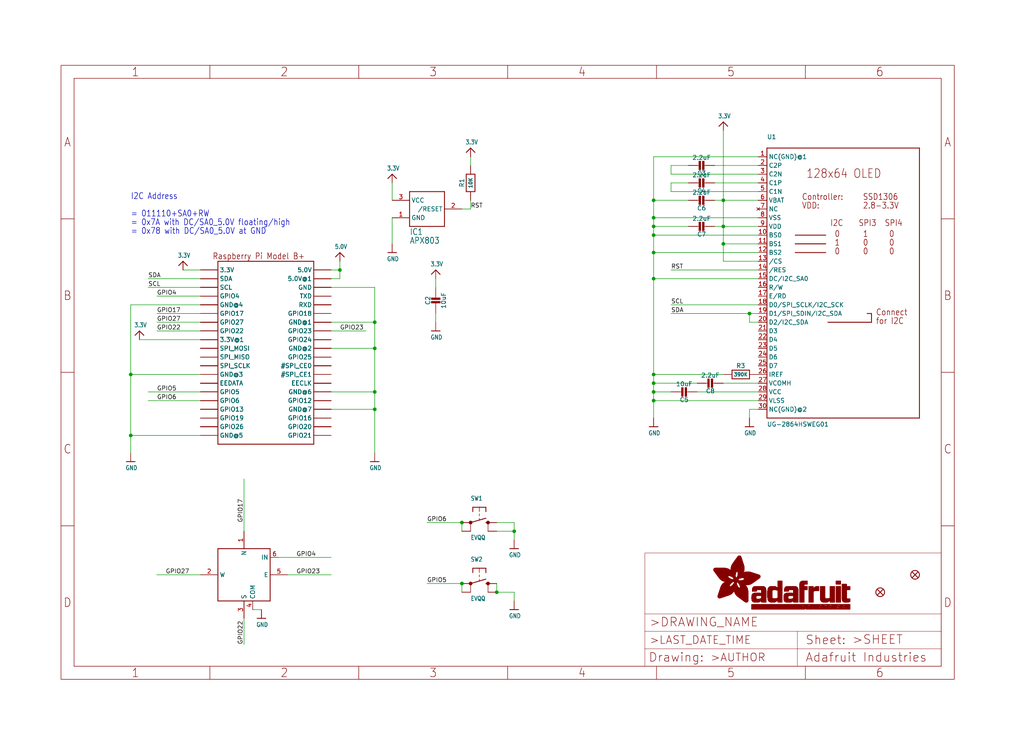
<source format=kicad_sch>
(kicad_sch (version 20211123) (generator eeschema)
  (paper "User" 298.45 217.881)
  (lib_symbols
    (symbol "schematicEagle-eagle-import:3.3V" (power)
      (property "Value" "3.3V" (at -1.524 1.016 0))
      (symbol "3.3V_1_0"
        (pin power_in line (at 0 -2.54 90) (length 2.54) (name "3.3V") (number "1"))
      )
    )
    (symbol "schematicEagle-eagle-import:5.0V" (power)
      (property "Value" "5.0V" (at -1.524 1.016 0))
      (symbol "5.0V_1_0"
        (pin power_in line (at 0 -2.54 90) (length 2.54) (name "5.0V") (number "1"))
      )
    )
    (symbol "schematicEagle-eagle-import:AXP083-SAG"
      (property "Reference" "IC" (at -5.08 -7.62 0))
      (property "Value" "AXP083-SAG" (at -5.08 -10.16 0))
      (symbol "AXP083-SAG_1_0"
        (pin power_in line (at -10.16 -2.54 0) (length 5.08) (name "GND") (number "1"))
        (pin output line (at 10.16 0 180) (length 5.08) (name "/RESET") (number "2"))
        (pin power_in line (at -10.16 2.54 0) (length 5.08) (name "VCC") (number "3"))
      )
    )
    (symbol "schematicEagle-eagle-import:CAP_CERAMIC0805-NOOUTLINE"
      (property "Reference" "C" (at -2.29 1.25 90))
      (property "Value" "CAP_CERAMIC0805-NOOUTLINE" (at 2.3 1.25 90))
      (symbol "CAP_CERAMIC0805-NOOUTLINE_1_0"
        (pin passive line (at 0 5.08 270) (length 2.54) (name "1") (number "1"))
        (pin passive line (at 0 -2.54 90) (length 2.54) (name "2") (number "2"))
      )
    )
    (symbol "schematicEagle-eagle-import:DISP_OLED_UG-2864HSWEG01"
      (property "Reference" "U" (at -22.86 40.64 0))
      (property "Value" "DISP_OLED_UG-2864HSWEG01" (at -22.86 -43.18 0))
      (symbol "DISP_OLED_UG-2864HSWEG01_1_0"
        (text "0" (at -3.175 6.985 0) (effects (font (size 1.778 1.5113)) (justify left bottom)))
        (text "0" (at -3.175 12.065 0) (effects (font (size 1.778 1.5113)) (justify left bottom)))
        (text "0" (at 5.08 6.985 0) (effects (font (size 1.778 1.5113)) (justify left bottom)))
        (text "0" (at 5.08 9.525 0) (effects (font (size 1.778 1.5113)) (justify left bottom)))
        (text "0" (at 12.7 6.985 0) (effects (font (size 1.778 1.5113)) (justify left bottom)))
        (text "0" (at 12.7 9.525 0) (effects (font (size 1.778 1.5113)) (justify left bottom)))
        (text "0" (at 12.7 12.065 0) (effects (font (size 1.778 1.5113)) (justify left bottom)))
        (text "1" (at -3.175 9.525 0) (effects (font (size 1.778 1.5113)) (justify left bottom)))
        (text "1" (at 5.08 12.065 0) (effects (font (size 1.778 1.5113)) (justify left bottom)))
        (text "128x64 OLED" (at -11.43 29.21 0) (effects (font (size 2.54 2.159)) (justify left bottom)))
        (text "2.8-3.3V" (at 5.08 20.32 0) (effects (font (size 1.778 1.5113)) (justify left bottom)))
        (text "Connect" (at 8.89 -10.795 0) (effects (font (size 1.778 1.5113)) (justify left bottom)))
        (text "Controller:" (at -12.7 22.86 0) (effects (font (size 1.778 1.5113)) (justify left bottom)))
        (text "for I2C" (at 8.89 -13.335 0) (effects (font (size 1.778 1.5113)) (justify left bottom)))
        (text "I2C" (at -4.445 15.24 0) (effects (font (size 1.778 1.5113)) (justify left bottom)))
        (text "SPI3" (at 3.81 15.24 0) (effects (font (size 1.778 1.5113)) (justify left bottom)))
        (text "SPI4" (at 11.43 15.24 0) (effects (font (size 1.778 1.5113)) (justify left bottom)))
        (text "SSD1306" (at 5.08 22.86 0) (effects (font (size 1.778 1.5113)) (justify left bottom)))
        (text "VDD:" (at -12.7 20.32 0) (effects (font (size 1.778 1.5113)) (justify left bottom)))
        (pin input line (at -25.4 35.56 0) (length 2.54) (name "NC(GND)@1") (number "1"))
        (pin input line (at -25.4 12.7 0) (length 2.54) (name "BS0") (number "10"))
        (pin input line (at -25.4 10.16 0) (length 2.54) (name "BS1") (number "11"))
        (pin input line (at -25.4 7.62 0) (length 2.54) (name "BS2") (number "12"))
        (pin input line (at -25.4 5.08 0) (length 2.54) (name "/CS") (number "13"))
        (pin input line (at -25.4 2.54 0) (length 2.54) (name "/RES") (number "14"))
        (pin input line (at -25.4 0 0) (length 2.54) (name "DC/I2C_SA0") (number "15"))
        (pin input line (at -25.4 -2.54 0) (length 2.54) (name "R/W") (number "16"))
        (pin input line (at -25.4 -5.08 0) (length 2.54) (name "E/RD") (number "17"))
        (pin bidirectional line (at -25.4 -7.62 0) (length 2.54) (name "D0/SPI_SCLK/I2C_SCK") (number "18"))
        (pin bidirectional line (at -25.4 -10.16 0) (length 2.54) (name "D1/SPI_SDIN/I2C_SDA") (number "19"))
        (pin input line (at -25.4 33.02 0) (length 2.54) (name "C2P") (number "2"))
        (pin bidirectional line (at -25.4 -12.7 0) (length 2.54) (name "D2/I2C_SDA") (number "20"))
        (pin bidirectional line (at -25.4 -15.24 0) (length 2.54) (name "D3") (number "21"))
        (pin bidirectional line (at -25.4 -17.78 0) (length 2.54) (name "D4") (number "22"))
        (pin bidirectional line (at -25.4 -20.32 0) (length 2.54) (name "D5") (number "23"))
        (pin bidirectional line (at -25.4 -22.86 0) (length 2.54) (name "D6") (number "24"))
        (pin bidirectional line (at -25.4 -25.4 0) (length 2.54) (name "D7") (number "25"))
        (pin input line (at -25.4 -27.94 0) (length 2.54) (name "IREF") (number "26"))
        (pin output line (at -25.4 -30.48 0) (length 2.54) (name "VCOMH") (number "27"))
        (pin power_in line (at -25.4 -33.02 0) (length 2.54) (name "VCC") (number "28"))
        (pin power_in line (at -25.4 -35.56 0) (length 2.54) (name "VLSS") (number "29"))
        (pin input line (at -25.4 30.48 0) (length 2.54) (name "C2N") (number "3"))
        (pin input line (at -25.4 -38.1 0) (length 2.54) (name "NC(GND)@2") (number "30"))
        (pin input line (at -25.4 27.94 0) (length 2.54) (name "C1P") (number "4"))
        (pin input line (at -25.4 25.4 0) (length 2.54) (name "C1N") (number "5"))
        (pin input line (at -25.4 22.86 0) (length 2.54) (name "VBAT") (number "6"))
        (pin no_connect line (at -25.4 20.32 0) (length 2.54) (name "NC") (number "7"))
        (pin power_in line (at -25.4 17.78 0) (length 2.54) (name "VSS") (number "8"))
        (pin power_in line (at -25.4 15.24 0) (length 2.54) (name "VDD") (number "9"))
      )
    )
    (symbol "schematicEagle-eagle-import:FIDUCIAL_1MM")
    (symbol "schematicEagle-eagle-import:FRAME_A4_ADAFRUIT"
      (symbol "FRAME_A4_ADAFRUIT_0_0"
        (text "1" (at 21.6958 1.905 0) (effects (font (size 2.54 2.286))))
        (text "1" (at 21.6958 177.165 0) (effects (font (size 2.54 2.286))))
        (text "2" (at 65.0875 1.905 0) (effects (font (size 2.54 2.286))))
        (text "2" (at 65.0875 177.165 0) (effects (font (size 2.54 2.286))))
        (text "3" (at 108.4792 1.905 0) (effects (font (size 2.54 2.286))))
        (text "3" (at 108.4792 177.165 0) (effects (font (size 2.54 2.286))))
        (text "4" (at 151.8708 1.905 0) (effects (font (size 2.54 2.286))))
        (text "4" (at 151.8708 177.165 0) (effects (font (size 2.54 2.286))))
        (text "5" (at 195.2625 1.905 0) (effects (font (size 2.54 2.286))))
        (text "5" (at 195.2625 177.165 0) (effects (font (size 2.54 2.286))))
        (text "6" (at 238.6542 1.905 0) (effects (font (size 2.54 2.286))))
        (text "6" (at 238.6542 177.165 0) (effects (font (size 2.54 2.286))))
        (text "A" (at 1.905 156.6863 0) (effects (font (size 2.54 2.286))))
        (text "A" (at 258.445 156.6863 0) (effects (font (size 2.54 2.286))))
        (text "B" (at 1.905 111.9188 0) (effects (font (size 2.54 2.286))))
        (text "B" (at 258.445 111.9188 0) (effects (font (size 2.54 2.286))))
        (text "C" (at 1.905 67.1513 0) (effects (font (size 2.54 2.286))))
        (text "C" (at 258.445 67.1513 0) (effects (font (size 2.54 2.286))))
        (text "D" (at 1.905 22.3838 0) (effects (font (size 2.54 2.286))))
        (text "D" (at 258.445 22.3838 0) (effects (font (size 2.54 2.286))))
      )
      (symbol "FRAME_A4_ADAFRUIT_1_0"
        (text ">AUTHOR" (at 189.23 5.08 0) (effects (font (size 2.286 2.286)) (justify left bottom)))
        (text ">DRAWING_NAME" (at 171.45 15.24 0) (effects (font (size 2.54 2.54)) (justify left bottom)))
        (text ">LAST_DATE_TIME" (at 171.45 10.16 0) (effects (font (size 2.286 2.286)) (justify left bottom)))
        (text ">SHEET" (at 230.505 10.16 0) (effects (font (size 2.54 2.54)) (justify left bottom)))
        (text "Adafruit Industries" (at 216.916 4.953 0) (effects (font (size 2.54 2.54)) (justify left bottom)))
        (text "Drawing:" (at 171.196 4.953 0) (effects (font (size 2.54 2.54)) (justify left bottom)))
        (text "Sheet:" (at 216.916 10.033 0) (effects (font (size 2.54 2.54)) (justify left bottom)))
      )
    )
    (symbol "schematicEagle-eagle-import:GND" (power)
      (property "Value" "GND" (at -1.524 -2.54 0))
      (symbol "GND_1_0"
        (pin power_in line (at 0 2.54 270) (length 2.54) (name "GND") (number "1"))
      )
    )
    (symbol "schematicEagle-eagle-import:NAVSWITCHSKQUABAUE010"
      (symbol "NAVSWITCHSKQUABAUE010_1_0"
        (pin bidirectional line (at 0 12.7 270) (length 5.08) (name "N") (number "1"))
        (pin bidirectional line (at -12.7 0 0) (length 5.08) (name "W") (number "2"))
        (pin bidirectional line (at 0 -12.7 90) (length 5.08) (name "S") (number "3"))
        (pin bidirectional line (at 2.54 -10.16 90) (length 2.54) (name "COM") (number "4"))
        (pin bidirectional line (at 12.7 0 180) (length 5.08) (name "E") (number "5"))
        (pin bidirectional line (at 10.16 5.08 180) (length 2.54) (name "IN") (number "6"))
      )
    )
    (symbol "schematicEagle-eagle-import:RASPBERRYPI_BPLUS_BONNET_THMSMT"
      (symbol "RASPBERRYPI_BPLUS_BONNET_THMSMT_1_0"
        (text "Raspberry Pi Model B+" (at 12.7 25.4 0) (effects (font (size 1.778 1.5113)) (justify right top)))
        (pin power_in line (at -17.78 20.32 0) (length 5.08) (name "3.3V") (number "1"))
        (pin bidirectional line (at 20.32 10.16 180) (length 5.08) (name "RXD") (number "10"))
        (pin bidirectional line (at -17.78 7.62 0) (length 5.08) (name "GPIO17") (number "11"))
        (pin bidirectional line (at 20.32 7.62 180) (length 5.08) (name "GPIO18") (number "12"))
        (pin bidirectional line (at -17.78 5.08 0) (length 5.08) (name "GPIO27") (number "13"))
        (pin power_in line (at 20.32 5.08 180) (length 5.08) (name "GND@1") (number "14"))
        (pin bidirectional line (at -17.78 2.54 0) (length 5.08) (name "GPIO22") (number "15"))
        (pin bidirectional line (at 20.32 2.54 180) (length 5.08) (name "GPIO23") (number "16"))
        (pin power_in line (at -17.78 0 0) (length 5.08) (name "3.3V@1") (number "17"))
        (pin bidirectional line (at 20.32 0 180) (length 5.08) (name "GPIO24") (number "18"))
        (pin bidirectional line (at -17.78 -2.54 0) (length 5.08) (name "SPI_MOSI") (number "19"))
        (pin power_in line (at 20.32 20.32 180) (length 5.08) (name "5.0V") (number "2"))
        (pin power_in line (at 20.32 -2.54 180) (length 5.08) (name "GND@2") (number "20"))
        (pin bidirectional line (at -17.78 -5.08 0) (length 5.08) (name "SPI_MISO") (number "21"))
        (pin bidirectional line (at 20.32 -5.08 180) (length 5.08) (name "GPIO25") (number "22"))
        (pin bidirectional line (at -17.78 -7.62 0) (length 5.08) (name "SPI_SCLK") (number "23"))
        (pin bidirectional line (at 20.32 -7.62 180) (length 5.08) (name "#SPI_CE0") (number "24"))
        (pin power_in line (at -17.78 -10.16 0) (length 5.08) (name "GND@3") (number "25"))
        (pin bidirectional line (at 20.32 -10.16 180) (length 5.08) (name "#SPI_CE1") (number "26"))
        (pin bidirectional line (at -17.78 -12.7 0) (length 5.08) (name "EEDATA") (number "27"))
        (pin bidirectional line (at 20.32 -12.7 180) (length 5.08) (name "EECLK") (number "28"))
        (pin bidirectional line (at -17.78 -15.24 0) (length 5.08) (name "GPIO5") (number "29"))
        (pin bidirectional line (at -17.78 17.78 0) (length 5.08) (name "SDA") (number "3"))
        (pin power_in line (at 20.32 -15.24 180) (length 5.08) (name "GND@6") (number "30"))
        (pin bidirectional line (at -17.78 -17.78 0) (length 5.08) (name "GPIO6") (number "31"))
        (pin bidirectional line (at 20.32 -17.78 180) (length 5.08) (name "GPIO12") (number "32"))
        (pin bidirectional line (at -17.78 -20.32 0) (length 5.08) (name "GPIO13") (number "33"))
        (pin power_in line (at 20.32 -20.32 180) (length 5.08) (name "GND@7") (number "34"))
        (pin bidirectional line (at -17.78 -22.86 0) (length 5.08) (name "GPIO19") (number "35"))
        (pin bidirectional line (at 20.32 -22.86 180) (length 5.08) (name "GPIO16") (number "36"))
        (pin bidirectional line (at -17.78 -25.4 0) (length 5.08) (name "GPIO26") (number "37"))
        (pin bidirectional line (at 20.32 -25.4 180) (length 5.08) (name "GPIO20") (number "38"))
        (pin power_in line (at -17.78 -27.94 0) (length 5.08) (name "GND@5") (number "39"))
        (pin power_in line (at 20.32 17.78 180) (length 5.08) (name "5.0V@1") (number "4"))
        (pin bidirectional line (at 20.32 -27.94 180) (length 5.08) (name "GPIO21") (number "40"))
        (pin bidirectional line (at -17.78 15.24 0) (length 5.08) (name "SCL") (number "5"))
        (pin power_in line (at 20.32 15.24 180) (length 5.08) (name "GND") (number "6"))
        (pin bidirectional line (at -17.78 12.7 0) (length 5.08) (name "GPIO4") (number "7"))
        (pin bidirectional line (at 20.32 12.7 180) (length 5.08) (name "TXD") (number "8"))
        (pin power_in line (at -17.78 10.16 0) (length 5.08) (name "GND@4") (number "9"))
        (pin power_in line (at -17.78 20.32 0) (length 5.08) (name "3.3V") (number "S1"))
        (pin bidirectional line (at 20.32 10.16 180) (length 5.08) (name "RXD") (number "S10"))
        (pin bidirectional line (at -17.78 7.62 0) (length 5.08) (name "GPIO17") (number "S11"))
        (pin bidirectional line (at 20.32 7.62 180) (length 5.08) (name "GPIO18") (number "S12"))
        (pin bidirectional line (at -17.78 5.08 0) (length 5.08) (name "GPIO27") (number "S13"))
        (pin power_in line (at 20.32 5.08 180) (length 5.08) (name "GND@1") (number "S14"))
        (pin bidirectional line (at -17.78 2.54 0) (length 5.08) (name "GPIO22") (number "S15"))
        (pin bidirectional line (at 20.32 2.54 180) (length 5.08) (name "GPIO23") (number "S16"))
        (pin power_in line (at -17.78 0 0) (length 5.08) (name "3.3V@1") (number "S17"))
        (pin bidirectional line (at 20.32 0 180) (length 5.08) (name "GPIO24") (number "S18"))
        (pin bidirectional line (at -17.78 -2.54 0) (length 5.08) (name "SPI_MOSI") (number "S19"))
        (pin power_in line (at 20.32 20.32 180) (length 5.08) (name "5.0V") (number "S2"))
        (pin power_in line (at 20.32 -2.54 180) (length 5.08) (name "GND@2") (number "S20"))
        (pin bidirectional line (at -17.78 -5.08 0) (length 5.08) (name "SPI_MISO") (number "S21"))
        (pin bidirectional line (at 20.32 -5.08 180) (length 5.08) (name "GPIO25") (number "S22"))
        (pin bidirectional line (at -17.78 -7.62 0) (length 5.08) (name "SPI_SCLK") (number "S23"))
        (pin bidirectional line (at 20.32 -7.62 180) (length 5.08) (name "#SPI_CE0") (number "S24"))
        (pin power_in line (at -17.78 -10.16 0) (length 5.08) (name "GND@3") (number "S25"))
        (pin bidirectional line (at 20.32 -10.16 180) (length 5.08) (name "#SPI_CE1") (number "S26"))
        (pin bidirectional line (at -17.78 -12.7 0) (length 5.08) (name "EEDATA") (number "S27"))
        (pin bidirectional line (at 20.32 -12.7 180) (length 5.08) (name "EECLK") (number "S28"))
        (pin bidirectional line (at -17.78 -15.24 0) (length 5.08) (name "GPIO5") (number "S29"))
        (pin bidirectional line (at -17.78 17.78 0) (length 5.08) (name "SDA") (number "S3"))
        (pin power_in line (at 20.32 -15.24 180) (length 5.08) (name "GND@6") (number "S30"))
        (pin bidirectional line (at -17.78 -17.78 0) (length 5.08) (name "GPIO6") (number "S31"))
        (pin bidirectional line (at 20.32 -17.78 180) (length 5.08) (name "GPIO12") (number "S32"))
        (pin bidirectional line (at -17.78 -20.32 0) (length 5.08) (name "GPIO13") (number "S33"))
        (pin power_in line (at 20.32 -20.32 180) (length 5.08) (name "GND@7") (number "S34"))
        (pin bidirectional line (at -17.78 -22.86 0) (length 5.08) (name "GPIO19") (number "S35"))
        (pin bidirectional line (at 20.32 -22.86 180) (length 5.08) (name "GPIO16") (number "S36"))
        (pin bidirectional line (at -17.78 -25.4 0) (length 5.08) (name "GPIO26") (number "S37"))
        (pin bidirectional line (at 20.32 -25.4 180) (length 5.08) (name "GPIO20") (number "S38"))
        (pin power_in line (at -17.78 -27.94 0) (length 5.08) (name "GND@5") (number "S39"))
        (pin power_in line (at 20.32 17.78 180) (length 5.08) (name "5.0V@1") (number "S4"))
        (pin bidirectional line (at 20.32 -27.94 180) (length 5.08) (name "GPIO21") (number "S40"))
        (pin bidirectional line (at -17.78 15.24 0) (length 5.08) (name "SCL") (number "S5"))
        (pin power_in line (at 20.32 15.24 180) (length 5.08) (name "GND") (number "S6"))
        (pin bidirectional line (at -17.78 12.7 0) (length 5.08) (name "GPIO4") (number "S7"))
        (pin bidirectional line (at 20.32 12.7 180) (length 5.08) (name "TXD") (number "S8"))
        (pin power_in line (at -17.78 10.16 0) (length 5.08) (name "GND@4") (number "S9"))
      )
    )
    (symbol "schematicEagle-eagle-import:RESISTOR0805_NOOUTLINE"
      (property "Reference" "R" (at 0 2.54 0))
      (property "Value" "RESISTOR0805_NOOUTLINE" (at 0 0 0))
      (symbol "RESISTOR0805_NOOUTLINE_1_0"
        (pin passive line (at -5.08 0 0) (length 2.54) (name "1") (number "1"))
        (pin passive line (at 5.08 0 180) (length 2.54) (name "2") (number "2"))
      )
    )
    (symbol "schematicEagle-eagle-import:SWITCH_TACT_SMT_EVQQ2_SMALL"
      (property "Reference" "SW" (at -2.54 6.35 0))
      (property "Value" "SWITCH_TACT_SMT_EVQQ2_SMALL" (at -2.54 -5.08 0))
      (symbol "SWITCH_TACT_SMT_EVQQ2_SMALL_1_0"
        (pin passive line (at -5.08 0 0) (length 2.54) (name "P") (number "A"))
        (pin passive line (at -5.08 -2.54 0) (length 2.54) (name "P1") (number "A'"))
        (pin passive line (at 5.08 0 180) (length 2.54) (name "S") (number "B"))
        (pin passive line (at 5.08 -2.54 180) (length 2.54) (name "S1") (number "B'"))
      )
    )
  )
  (junction (at 190.5 116.84))
  (junction (at 190.5 63.5))
  (junction (at 109.22 101.6))
  (junction (at 134.62 152.4))
  (junction (at 210.82 58.42))
  (junction (at 218.44 91.44))
  (junction (at 210.82 71.12))
  (junction (at 134.62 170.18))
  (junction (at 190.5 111.76))
  (junction (at 99.06 78.74))
  (junction (at 190.5 109.22))
  (junction (at 190.5 81.28))
  (junction (at 38.1 109.22))
  (junction (at 144.78 172.72))
  (junction (at 109.22 93.98))
  (junction (at 109.22 114.3))
  (junction (at 190.5 58.42))
  (junction (at 109.22 119.38))
  (junction (at 149.86 154.94))
  (junction (at 38.1 127))
  (junction (at 210.82 66.04))
  (junction (at 190.5 68.58))
  (junction (at 190.5 114.3))
  (junction (at 190.5 73.66))
  (junction (at 190.5 66.04))
  (wire (pts (xy 210.82 66.04) (xy 208.28 66.04)))
  (wire (pts (xy 137.16 48.26) (xy 137.16 45.72)))
  (wire (pts (xy 210.82 58.42) (xy 210.82 66.04)))
  (wire (pts (xy 190.5 66.04) (xy 190.5 68.58)))
  (wire (pts (xy 38.1 88.9) (xy 38.1 109.22)))
  (wire (pts (xy 58.42 78.74) (xy 53.34 78.74)))
  (wire (pts (xy 190.5 116.84) (xy 190.5 121.92)))
  (wire (pts (xy 220.98 88.9) (xy 195.58 88.9)))
  (wire (pts (xy 71.12 139.7) (xy 71.12 154.94)))
  (wire (pts (xy 210.82 71.12) (xy 210.82 66.04)))
  (wire (pts (xy 58.42 83.82) (xy 43.18 83.82)))
  (wire (pts (xy 190.5 109.22) (xy 210.82 109.22)))
  (wire (pts (xy 220.98 119.38) (xy 218.44 119.38)))
  (wire (pts (xy 210.82 58.42) (xy 208.28 58.42)))
  (wire (pts (xy 218.44 93.98) (xy 220.98 93.98)))
  (wire (pts (xy 134.62 60.96) (xy 137.16 60.96)))
  (wire (pts (xy 58.42 109.22) (xy 38.1 109.22)))
  (wire (pts (xy 96.52 114.3) (xy 109.22 114.3)))
  (wire (pts (xy 195.58 53.34) (xy 195.58 55.88)))
  (wire (pts (xy 109.22 101.6) (xy 109.22 114.3)))
  (wire (pts (xy 71.12 180.34) (xy 71.12 187.96)))
  (wire (pts (xy 58.42 91.44) (xy 45.72 91.44)))
  (wire (pts (xy 218.44 91.44) (xy 195.58 91.44)))
  (wire (pts (xy 109.22 83.82) (xy 109.22 93.98)))
  (wire (pts (xy 220.98 116.84) (xy 190.5 116.84)))
  (wire (pts (xy 127 91.44) (xy 127 93.98)))
  (wire (pts (xy 210.82 76.2) (xy 210.82 71.12)))
  (wire (pts (xy 124.46 170.18) (xy 134.62 170.18)))
  (wire (pts (xy 137.16 60.96) (xy 137.16 58.42)))
  (wire (pts (xy 220.98 81.28) (xy 190.5 81.28)))
  (wire (pts (xy 83.82 167.64) (xy 96.52 167.64)))
  (wire (pts (xy 190.5 58.42) (xy 190.5 45.72)))
  (wire (pts (xy 220.98 73.66) (xy 190.5 73.66)))
  (wire (pts (xy 195.58 50.8) (xy 220.98 50.8)))
  (wire (pts (xy 99.06 81.28) (xy 99.06 78.74)))
  (wire (pts (xy 210.82 71.12) (xy 220.98 71.12)))
  (wire (pts (xy 134.62 170.18) (xy 134.62 172.72)))
  (wire (pts (xy 220.98 48.26) (xy 208.28 48.26)))
  (wire (pts (xy 220.98 53.34) (xy 208.28 53.34)))
  (wire (pts (xy 190.5 111.76) (xy 190.5 109.22)))
  (wire (pts (xy 195.58 55.88) (xy 220.98 55.88)))
  (wire (pts (xy 96.52 101.6) (xy 109.22 101.6)))
  (wire (pts (xy 114.3 63.5) (xy 114.3 71.12)))
  (wire (pts (xy 144.78 152.4) (xy 149.86 152.4)))
  (wire (pts (xy 218.44 93.98) (xy 218.44 91.44)))
  (wire (pts (xy 45.72 86.36) (xy 58.42 86.36)))
  (wire (pts (xy 58.42 81.28) (xy 43.18 81.28)))
  (wire (pts (xy 81.28 162.56) (xy 96.52 162.56)))
  (wire (pts (xy 134.62 152.4) (xy 134.62 154.94)))
  (wire (pts (xy 220.98 91.44) (xy 218.44 91.44)))
  (wire (pts (xy 109.22 114.3) (xy 109.22 119.38)))
  (wire (pts (xy 220.98 58.42) (xy 210.82 58.42)))
  (wire (pts (xy 220.98 78.74) (xy 195.58 78.74)))
  (wire (pts (xy 220.98 114.3) (xy 203.2 114.3)))
  (wire (pts (xy 58.42 96.52) (xy 45.72 96.52)))
  (wire (pts (xy 190.5 63.5) (xy 190.5 58.42)))
  (wire (pts (xy 149.86 152.4) (xy 149.86 154.94)))
  (wire (pts (xy 127 81.28) (xy 127 83.82)))
  (wire (pts (xy 218.44 119.38) (xy 218.44 121.92)))
  (wire (pts (xy 96.52 83.82) (xy 109.22 83.82)))
  (wire (pts (xy 190.5 73.66) (xy 190.5 81.28)))
  (wire (pts (xy 149.86 154.94) (xy 149.86 157.48)))
  (wire (pts (xy 114.3 58.42) (xy 114.3 53.34)))
  (wire (pts (xy 220.98 68.58) (xy 190.5 68.58)))
  (wire (pts (xy 200.66 58.42) (xy 190.5 58.42)))
  (wire (pts (xy 220.98 45.72) (xy 190.5 45.72)))
  (wire (pts (xy 43.18 116.84) (xy 58.42 116.84)))
  (wire (pts (xy 190.5 81.28) (xy 190.5 109.22)))
  (wire (pts (xy 190.5 63.5) (xy 190.5 66.04)))
  (wire (pts (xy 58.42 99.06) (xy 40.64 99.06)))
  (wire (pts (xy 38.1 109.22) (xy 38.1 127)))
  (wire (pts (xy 190.5 116.84) (xy 190.5 114.3)))
  (wire (pts (xy 58.42 88.9) (xy 38.1 88.9)))
  (wire (pts (xy 96.52 119.38) (xy 109.22 119.38)))
  (wire (pts (xy 149.86 172.72) (xy 149.86 175.26)))
  (wire (pts (xy 144.78 172.72) (xy 149.86 172.72)))
  (wire (pts (xy 200.66 48.26) (xy 195.58 48.26)))
  (wire (pts (xy 96.52 78.74) (xy 99.06 78.74)))
  (wire (pts (xy 96.52 93.98) (xy 109.22 93.98)))
  (wire (pts (xy 109.22 119.38) (xy 109.22 132.08)))
  (wire (pts (xy 58.42 127) (xy 38.1 127)))
  (wire (pts (xy 220.98 111.76) (xy 210.82 111.76)))
  (wire (pts (xy 134.62 152.4) (xy 124.46 152.4)))
  (wire (pts (xy 99.06 78.74) (xy 99.06 76.2)))
  (wire (pts (xy 220.98 63.5) (xy 190.5 63.5)))
  (wire (pts (xy 96.52 81.28) (xy 99.06 81.28)))
  (wire (pts (xy 109.22 93.98) (xy 109.22 101.6)))
  (wire (pts (xy 144.78 154.94) (xy 149.86 154.94)))
  (wire (pts (xy 96.52 96.52) (xy 106.68 96.52)))
  (wire (pts (xy 200.66 53.34) (xy 195.58 53.34)))
  (wire (pts (xy 45.72 93.98) (xy 58.42 93.98)))
  (wire (pts (xy 220.98 66.04) (xy 210.82 66.04)))
  (wire (pts (xy 76.2 177.8) (xy 73.66 177.8)))
  (wire (pts (xy 38.1 127) (xy 38.1 132.08)))
  (wire (pts (xy 203.2 111.76) (xy 190.5 111.76)))
  (wire (pts (xy 220.98 76.2) (xy 210.82 76.2)))
  (wire (pts (xy 210.82 38.1) (xy 210.82 58.42)))
  (wire (pts (xy 195.58 48.26) (xy 195.58 50.8)))
  (wire (pts (xy 195.58 114.3) (xy 190.5 114.3)))
  (wire (pts (xy 190.5 68.58) (xy 190.5 73.66)))
  (wire (pts (xy 144.78 170.18) (xy 144.78 172.72)))
  (wire (pts (xy 200.66 66.04) (xy 190.5 66.04)))
  (wire (pts (xy 58.42 114.3) (xy 43.18 114.3)))
  (wire (pts (xy 190.5 114.3) (xy 190.5 111.76)))
  (wire (pts (xy 58.42 167.64) (xy 45.72 167.64)))
  (text "I2C Address" (at 38.1 58.42 180) (effects (font (size 1.778 1.5113)) (justify left bottom)))
  (text "= 011110+SA0+RW" (at 38.1 63.5 180) (effects (font (size 1.778 1.5113)) (justify left bottom)))
  (text "= 0x7A with DC/SA0_5.0V floating/high" (at 38.1 66.04 180) (effects (font (size 1.778 1.5113)) (justify left bottom)))
  (text "= 0x78 with DC/SA0_5.0V at GND" (at 38.1 68.58 180) (effects (font (size 1.778 1.5113)) (justify left bottom)))
  (label "SCL" (at 43.18 83.82 0) (effects (font (size 1.2446 1.2446))))
  (label "GPIO4" (at 45.72 86.36 0) (effects (font (size 1.2446 1.2446))))
  (label "GPIO23" (at 99.06 96.52 0) (effects (font (size 1.2446 1.2446))))
  (label "GPIO5" (at 45.72 114.3 0) (effects (font (size 1.2446 1.2446))))
  (label "GPIO22" (at 45.72 96.52 0) (effects (font (size 1.2446 1.2446))))
  (label "GPIO6" (at 45.72 116.84 0) (effects (font (size 1.2446 1.2446))))
  (label "GPIO27" (at 45.72 93.98 0) (effects (font (size 1.2446 1.2446))))
  (label "RST" (at 137.16 60.96 0) (effects (font (size 1.2446 1.2446))))
  (label "GPIO23" (at 86.36 167.64 0) (effects (font (size 1.2446 1.2446))))
  (label "GPIO6" (at 124.46 152.4 0) (effects (font (size 1.2446 1.2446))))
  (label "GPIO5" (at 124.46 170.18 0) (effects (font (size 1.2446 1.2446))))
  (label "GPIO22" (at 71.12 187.96 90) (effects (font (size 1.2446 1.2446))))
  (label "GPIO4" (at 86.36 162.56 0) (effects (font (size 1.2446 1.2446))))
  (label "RST" (at 195.58 78.74 0) (effects (font (size 1.2446 1.2446))))
  (label "SCL" (at 195.58 88.9 0) (effects (font (size 1.2446 1.2446))))
  (label "GPIO27" (at 48.26 167.64 0) (effects (font (size 1.2446 1.2446))))
  (label "SDA" (at 43.18 81.28 0) (effects (font (size 1.2446 1.2446))))
  (label "GPIO17" (at 45.72 91.44 0) (effects (font (size 1.2446 1.2446))))
  (label "SDA" (at 195.58 91.44 0) (effects (font (size 1.2446 1.2446))))
  (label "GPIO17" (at 71.12 152.4 90) (effects (font (size 1.2446 1.2446))))
  (symbol (lib_id "schematicEagle-eagle-import:3.3V") (at 40.64 96.52 0) (unit 1)
    (property "Reference" "#U$13" (effects hide))
    (property "Value" "3.3V" (at 39.116 95.504 0) (effects (font (size 1.27 1.0795)) (justify left bottom)))
    (property "Footprint" "schematicEagle:" (effects hide))
  )
  (symbol (lib_id "schematicEagle-eagle-import:SWITCH_TACT_SMT_EVQQ2_SMALL") (at 139.7 152.4 0) (unit 1)
    (property "Reference" "SW1" (at 137.16 146.05 0) (effects (font (size 1.27 1.0795)) (justify left bottom)))
    (property "Value" "EVQQ" (at 137.16 157.48 0) (effects (font (size 1.27 1.0795)) (justify left bottom)))
    (property "Footprint" "schematicEagle:EVQ-Q2_SMALLER" (effects hide))
  )
  (symbol (lib_id "schematicEagle-eagle-import:3.3V") (at 127 78.74 0) (unit 1)
    (property "Reference" "#U$10" (effects hide))
    (property "Value" "3.3V" (at 125.476 77.724 0) (effects (font (size 1.27 1.0795)) (justify left bottom)))
    (property "Footprint" "schematicEagle:" (effects hide))
  )
  (symbol (lib_id "schematicEagle-eagle-import:FRAME_A4_ADAFRUIT") (at 17.78 198.12 0) (unit 1)
    (property "Reference" "#U$1" (effects hide))
    (property "Value" "FRAME_A4_ADAFRUIT" (effects hide))
    (property "Footprint" "schematicEagle:" (effects hide))
  )
  (symbol (lib_id "schematicEagle-eagle-import:3.3V") (at 137.16 43.18 0) (unit 1)
    (property "Reference" "#U$12" (effects hide))
    (property "Value" "3.3V" (at 135.636 42.164 0) (effects (font (size 1.27 1.0795)) (justify left bottom)))
    (property "Footprint" "schematicEagle:" (effects hide))
  )
  (symbol (lib_id "schematicEagle-eagle-import:GND") (at 76.2 180.34 0) (unit 1)
    (property "Reference" "#U$17" (effects hide))
    (property "Value" "GND" (at 74.676 182.88 0) (effects (font (size 1.27 1.0795)) (justify left bottom)))
    (property "Footprint" "schematicEagle:" (effects hide))
  )
  (symbol (lib_id "schematicEagle-eagle-import:RASPBERRYPI_BPLUS_BONNET_THMSMT") (at 76.2 99.06 0) (unit 1)
    (property "Reference" "RPI1" (effects hide))
    (property "Value" "RASPBERRYPI_BPLUS_BONNET_THMSMT" (effects hide))
    (property "Footprint" "schematicEagle:PI_BONNET_THMSMT" (effects hide))
  )
  (symbol (lib_id "schematicEagle-eagle-import:CAP_CERAMIC0805-NOOUTLINE") (at 205.74 66.04 90) (unit 1)
    (property "Reference" "C7" (at 204.49 68.33 90))
    (property "Value" "2.2uF" (at 204.49 63.74 90))
    (property "Footprint" "schematicEagle:0805-NO" (effects hide))
  )
  (symbol (lib_id "schematicEagle-eagle-import:DISP_OLED_UG-2864HSWEG01") (at 246.38 81.28 0) (unit 1)
    (property "Reference" "U1" (at 223.52 40.64 0) (effects (justify left bottom)))
    (property "Value" "UG-2864HSWEG01" (at 223.52 124.46 0) (effects (justify left bottom)))
    (property "Footprint" "schematicEagle:UG-2864HSWEG01_1.3_WRAPAROUND" (effects hide))
  )
  (symbol (lib_id "schematicEagle-eagle-import:CAP_CERAMIC0805-NOOUTLINE") (at 205.74 48.26 90) (unit 1)
    (property "Reference" "C3" (at 204.49 50.55 90))
    (property "Value" "2.2uF" (at 204.49 45.96 90))
    (property "Footprint" "schematicEagle:0805-NO" (effects hide))
  )
  (symbol (lib_id "schematicEagle-eagle-import:GND") (at 127 96.52 0) (unit 1)
    (property "Reference" "#U$11" (effects hide))
    (property "Value" "GND" (at 125.476 99.06 0) (effects (font (size 1.27 1.0795)) (justify left bottom)))
    (property "Footprint" "schematicEagle:" (effects hide))
  )
  (symbol (lib_id "schematicEagle-eagle-import:RESISTOR0805_NOOUTLINE") (at 215.9 109.22 0) (unit 1)
    (property "Reference" "R3" (at 215.9 106.68 0))
    (property "Value" "390K" (at 215.9 109.22 0) (effects (font (size 1.016 1.016) bold)))
    (property "Footprint" "schematicEagle:0805-NO" (effects hide))
  )
  (symbol (lib_id "schematicEagle-eagle-import:GND") (at 109.22 134.62 0) (unit 1)
    (property "Reference" "#U$4" (effects hide))
    (property "Value" "GND" (at 107.696 137.16 0) (effects (font (size 1.27 1.0795)) (justify left bottom)))
    (property "Footprint" "schematicEagle:" (effects hide))
  )
  (symbol (lib_id "schematicEagle-eagle-import:3.3V") (at 114.3 50.8 0) (unit 1)
    (property "Reference" "#U$7" (effects hide))
    (property "Value" "3.3V" (at 112.776 49.784 0) (effects (font (size 1.27 1.0795)) (justify left bottom)))
    (property "Footprint" "schematicEagle:" (effects hide))
  )
  (symbol (lib_id "schematicEagle-eagle-import:AXP083-SAG") (at 124.46 60.96 0) (unit 1)
    (property "Reference" "IC1" (at 119.38 68.58 0) (effects (font (size 1.778 1.5113)) (justify left bottom)))
    (property "Value" "APX803" (at 119.38 71.12 0) (effects (font (size 1.778 1.5113)) (justify left bottom)))
    (property "Footprint" "schematicEagle:SOT23" (effects hide))
  )
  (symbol (lib_id "schematicEagle-eagle-import:GND") (at 149.86 160.02 0) (unit 1)
    (property "Reference" "#U$16" (effects hide))
    (property "Value" "GND" (at 148.336 162.56 0) (effects (font (size 1.27 1.0795)) (justify left bottom)))
    (property "Footprint" "schematicEagle:" (effects hide))
  )
  (symbol (lib_id "schematicEagle-eagle-import:5.0V") (at 99.06 73.66 0) (unit 1)
    (property "Reference" "#U$14" (effects hide))
    (property "Value" "5.0V" (at 97.536 72.644 0) (effects (font (size 1.27 1.0795)) (justify left bottom)))
    (property "Footprint" "schematicEagle:" (effects hide))
  )
  (symbol (lib_id "schematicEagle-eagle-import:GND") (at 218.44 124.46 0) (unit 1)
    (property "Reference" "#U$19" (effects hide))
    (property "Value" "GND" (at 216.916 127 0) (effects (font (size 1.27 1.0795)) (justify left bottom)))
    (property "Footprint" "schematicEagle:" (effects hide))
  )
  (symbol (lib_id "schematicEagle-eagle-import:SWITCH_TACT_SMT_EVQQ2_SMALL") (at 139.7 170.18 0) (unit 1)
    (property "Reference" "SW2" (at 137.16 163.83 0) (effects (font (size 1.27 1.0795)) (justify left bottom)))
    (property "Value" "EVQQ" (at 137.16 175.26 0) (effects (font (size 1.27 1.0795)) (justify left bottom)))
    (property "Footprint" "schematicEagle:EVQ-Q2_SMALLER" (effects hide))
  )
  (symbol (lib_id "schematicEagle-eagle-import:CAP_CERAMIC0805-NOOUTLINE") (at 200.66 114.3 90) (unit 1)
    (property "Reference" "C5" (at 199.41 116.59 90))
    (property "Value" "10uF" (at 199.41 112 90))
    (property "Footprint" "schematicEagle:0805-NO" (effects hide))
  )
  (symbol (lib_id "schematicEagle-eagle-import:GND") (at 190.5 124.46 0) (unit 1)
    (property "Reference" "#U$21" (effects hide))
    (property "Value" "GND" (at 188.976 127 0) (effects (font (size 1.27 1.0795)) (justify left bottom)))
    (property "Footprint" "schematicEagle:" (effects hide))
  )
  (symbol (lib_id "schematicEagle-eagle-import:GND") (at 38.1 134.62 0) (unit 1)
    (property "Reference" "#U$8" (effects hide))
    (property "Value" "GND" (at 36.576 137.16 0) (effects (font (size 1.27 1.0795)) (justify left bottom)))
    (property "Footprint" "schematicEagle:" (effects hide))
  )
  (symbol (lib_id "schematicEagle-eagle-import:GND") (at 149.86 177.8 0) (unit 1)
    (property "Reference" "#U$15" (effects hide))
    (property "Value" "GND" (at 148.336 180.34 0) (effects (font (size 1.27 1.0795)) (justify left bottom)))
    (property "Footprint" "schematicEagle:" (effects hide))
  )
  (symbol (lib_id "schematicEagle-eagle-import:CAP_CERAMIC0805-NOOUTLINE") (at 208.28 111.76 90) (unit 1)
    (property "Reference" "C8" (at 207.03 114.05 90))
    (property "Value" "2.2uF" (at 207.03 109.46 90))
    (property "Footprint" "schematicEagle:0805-NO" (effects hide))
  )
  (symbol (lib_id "schematicEagle-eagle-import:3.3V") (at 53.34 76.2 0) (unit 1)
    (property "Reference" "#U$3" (effects hide))
    (property "Value" "3.3V" (at 51.816 75.184 0) (effects (font (size 1.27 1.0795)) (justify left bottom)))
    (property "Footprint" "schematicEagle:" (effects hide))
  )
  (symbol (lib_id "schematicEagle-eagle-import:CAP_CERAMIC0805-NOOUTLINE") (at 205.74 53.34 90) (unit 1)
    (property "Reference" "C4" (at 204.49 55.63 90))
    (property "Value" "2.2uF" (at 204.49 51.04 90))
    (property "Footprint" "schematicEagle:0805-NO" (effects hide))
  )
  (symbol (lib_id "schematicEagle-eagle-import:FIDUCIAL_1MM") (at 266.7 167.64 0) (unit 1)
    (property "Reference" "FID2" (effects hide))
    (property "Value" "FIDUCIAL_1MM" (effects hide))
    (property "Footprint" "schematicEagle:FIDUCIAL_1MM" (effects hide))
  )
  (symbol (lib_id "schematicEagle-eagle-import:GND") (at 114.3 73.66 0) (unit 1)
    (property "Reference" "#U$9" (effects hide))
    (property "Value" "GND" (at 112.776 76.2 0) (effects (font (size 1.27 1.0795)) (justify left bottom)))
    (property "Footprint" "schematicEagle:" (effects hide))
  )
  (symbol (lib_id "schematicEagle-eagle-import:NAVSWITCHSKQUABAUE010") (at 71.12 167.64 0) (unit 1)
    (property "Reference" "SW3" (effects hide))
    (property "Value" "NAVSWITCHSKQUABAUE010" (effects hide))
    (property "Footprint" "schematicEagle:SKQUBAE010" (effects hide))
  )
  (symbol (lib_id "schematicEagle-eagle-import:CAP_CERAMIC0805-NOOUTLINE") (at 205.74 58.42 90) (unit 1)
    (property "Reference" "C6" (at 204.49 60.71 90))
    (property "Value" "2.2uF" (at 204.49 56.12 90))
    (property "Footprint" "schematicEagle:0805-NO" (effects hide))
  )
  (symbol (lib_id "schematicEagle-eagle-import:CAP_CERAMIC0805-NOOUTLINE") (at 127 88.9 0) (unit 1)
    (property "Reference" "C2" (at 124.71 87.65 90))
    (property "Value" "10uF" (at 129.3 87.65 90))
    (property "Footprint" "schematicEagle:0805-NO" (effects hide))
  )
  (symbol (lib_id "schematicEagle-eagle-import:3.3V") (at 210.82 35.56 0) (unit 1)
    (property "Reference" "#U$22" (effects hide))
    (property "Value" "3.3V" (at 209.296 34.544 0) (effects (font (size 1.27 1.0795)) (justify left bottom)))
    (property "Footprint" "schematicEagle:" (effects hide))
  )
  (symbol (lib_id "schematicEagle-eagle-import:RESISTOR0805_NOOUTLINE") (at 137.16 53.34 90) (unit 1)
    (property "Reference" "R1" (at 134.62 53.34 0))
    (property "Value" "10K" (at 137.16 53.34 0) (effects (font (size 1.016 1.016) bold)))
    (property "Footprint" "schematicEagle:0805-NO" (effects hide))
  )
  (symbol (lib_id "schematicEagle-eagle-import:FIDUCIAL_1MM") (at 256.54 172.72 0) (unit 1)
    (property "Reference" "FID1" (effects hide))
    (property "Value" "FIDUCIAL_1MM" (effects hide))
    (property "Footprint" "schematicEagle:FIDUCIAL_1MM" (effects hide))
  )
)
</source>
